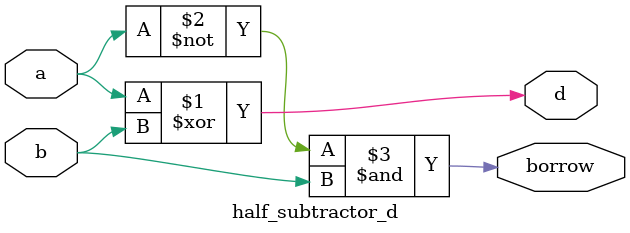
<source format=v>
module half_subtractor_d(
    input a,
    input b,
    output d,
    output borrow
    );
    
    assign d = a ^ b;
    assign borrow = ~a & b;
    
endmodule

</source>
